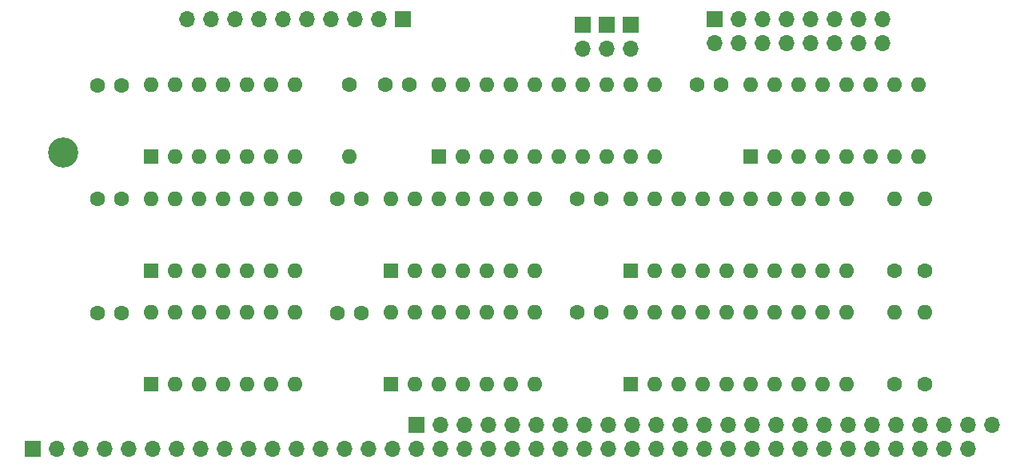
<source format=gts>
G04 #@! TF.GenerationSoftware,KiCad,Pcbnew,(5.1.12)-1*
G04 #@! TF.CreationDate,2023-07-18T15:52:43+01:00*
G04 #@! TF.ProjectId,CPCRAMCtrl,43504352-414d-4437-9472-6c2e6b696361,rev?*
G04 #@! TF.SameCoordinates,Original*
G04 #@! TF.FileFunction,Soldermask,Top*
G04 #@! TF.FilePolarity,Negative*
%FSLAX46Y46*%
G04 Gerber Fmt 4.6, Leading zero omitted, Abs format (unit mm)*
G04 Created by KiCad (PCBNEW (5.1.12)-1) date 2023-07-18 15:52:43*
%MOMM*%
%LPD*%
G01*
G04 APERTURE LIST*
%ADD10O,1.700000X1.700000*%
%ADD11R,1.700000X1.700000*%
%ADD12O,1.600000X1.600000*%
%ADD13R,1.600000X1.600000*%
%ADD14C,1.600000*%
%ADD15C,3.200000*%
G04 APERTURE END LIST*
D10*
X245745000Y-108585000D03*
X245745000Y-106045000D03*
X243205000Y-108585000D03*
X243205000Y-106045000D03*
X240665000Y-108585000D03*
X240665000Y-106045000D03*
X238125000Y-108585000D03*
X238125000Y-106045000D03*
X235585000Y-108585000D03*
X235585000Y-106045000D03*
X233045000Y-108585000D03*
X233045000Y-106045000D03*
X230505000Y-108585000D03*
X230505000Y-106045000D03*
X227965000Y-108585000D03*
D11*
X227965000Y-106045000D03*
D12*
X193675000Y-137160000D03*
X208915000Y-144780000D03*
X196215000Y-137160000D03*
X206375000Y-144780000D03*
X198755000Y-137160000D03*
X203835000Y-144780000D03*
X201295000Y-137160000D03*
X201295000Y-144780000D03*
X203835000Y-137160000D03*
X198755000Y-144780000D03*
X206375000Y-137160000D03*
X196215000Y-144780000D03*
X208915000Y-137160000D03*
D13*
X193675000Y-144780000D03*
D12*
X247015000Y-137160000D03*
D14*
X247015000Y-144780000D03*
D12*
X168275000Y-137160000D03*
X183515000Y-144780000D03*
X170815000Y-137160000D03*
X180975000Y-144780000D03*
X173355000Y-137160000D03*
X178435000Y-144780000D03*
X175895000Y-137160000D03*
X175895000Y-144780000D03*
X178435000Y-137160000D03*
X173355000Y-144780000D03*
X180975000Y-137160000D03*
X170815000Y-144780000D03*
X183515000Y-137160000D03*
D13*
X168275000Y-144780000D03*
D12*
X231775000Y-113030000D03*
X249555000Y-120650000D03*
X234315000Y-113030000D03*
X247015000Y-120650000D03*
X236855000Y-113030000D03*
X244475000Y-120650000D03*
X239395000Y-113030000D03*
X241935000Y-120650000D03*
X241935000Y-113030000D03*
X239395000Y-120650000D03*
X244475000Y-113030000D03*
X236855000Y-120650000D03*
X247015000Y-113030000D03*
X234315000Y-120650000D03*
X249555000Y-113030000D03*
D13*
X231775000Y-120650000D03*
D12*
X193675000Y-125095000D03*
X208915000Y-132715000D03*
X196215000Y-125095000D03*
X206375000Y-132715000D03*
X198755000Y-125095000D03*
X203835000Y-132715000D03*
X201295000Y-125095000D03*
X201295000Y-132715000D03*
X203835000Y-125095000D03*
X198755000Y-132715000D03*
X206375000Y-125095000D03*
X196215000Y-132715000D03*
X208915000Y-125095000D03*
D13*
X193675000Y-132715000D03*
D12*
X168275000Y-125095000D03*
X183515000Y-132715000D03*
X170815000Y-125095000D03*
X180975000Y-132715000D03*
X173355000Y-125095000D03*
X178435000Y-132715000D03*
X175895000Y-125095000D03*
X175895000Y-132715000D03*
X178435000Y-125095000D03*
X173355000Y-132715000D03*
X180975000Y-125095000D03*
X170815000Y-132715000D03*
X183515000Y-125095000D03*
D13*
X168275000Y-132715000D03*
D12*
X219075000Y-137160000D03*
X241935000Y-144780000D03*
X221615000Y-137160000D03*
X239395000Y-144780000D03*
X224155000Y-137160000D03*
X236855000Y-144780000D03*
X226695000Y-137160000D03*
X234315000Y-144780000D03*
X229235000Y-137160000D03*
X231775000Y-144780000D03*
X231775000Y-137160000D03*
X229235000Y-144780000D03*
X234315000Y-137160000D03*
X226695000Y-144780000D03*
X236855000Y-137160000D03*
X224155000Y-144780000D03*
X239395000Y-137160000D03*
X221615000Y-144780000D03*
X241935000Y-137160000D03*
D13*
X219075000Y-144780000D03*
D12*
X219075000Y-125095000D03*
X241935000Y-132715000D03*
X221615000Y-125095000D03*
X239395000Y-132715000D03*
X224155000Y-125095000D03*
X236855000Y-132715000D03*
X226695000Y-125095000D03*
X234315000Y-132715000D03*
X229235000Y-125095000D03*
X231775000Y-132715000D03*
X231775000Y-125095000D03*
X229235000Y-132715000D03*
X234315000Y-125095000D03*
X226695000Y-132715000D03*
X236855000Y-125095000D03*
X224155000Y-132715000D03*
X239395000Y-125095000D03*
X221615000Y-132715000D03*
X241935000Y-125095000D03*
D13*
X219075000Y-132715000D03*
D12*
X250190000Y-125095000D03*
D14*
X250190000Y-132715000D03*
D12*
X247015000Y-125095000D03*
D14*
X247015000Y-132715000D03*
D12*
X250190000Y-137160000D03*
D14*
X250190000Y-144780000D03*
D12*
X189230000Y-120650000D03*
D14*
X189230000Y-113030000D03*
D10*
X172085000Y-106045000D03*
X174625000Y-106045000D03*
X177165000Y-106045000D03*
X179705000Y-106045000D03*
X182245000Y-106045000D03*
X184785000Y-106045000D03*
X187325000Y-106045000D03*
X189865000Y-106045000D03*
X192405000Y-106045000D03*
D11*
X194945000Y-106045000D03*
D12*
X168275000Y-113030000D03*
X183515000Y-120650000D03*
X170815000Y-113030000D03*
X180975000Y-120650000D03*
X173355000Y-113030000D03*
X178435000Y-120650000D03*
X175895000Y-113030000D03*
X175895000Y-120650000D03*
X178435000Y-113030000D03*
X173355000Y-120650000D03*
X180975000Y-113030000D03*
X170815000Y-120650000D03*
X183515000Y-113030000D03*
D13*
X168275000Y-120650000D03*
D14*
X226100000Y-113030000D03*
X228600000Y-113030000D03*
D10*
X213995000Y-109220000D03*
D11*
X213995000Y-106680000D03*
D10*
X254762000Y-151612600D03*
X252222000Y-151612600D03*
X249682000Y-151612600D03*
X247142000Y-151612600D03*
X244602000Y-151612600D03*
X242062000Y-151612600D03*
X239522000Y-151612600D03*
X236982000Y-151612600D03*
X234442000Y-151612600D03*
X231902000Y-151612600D03*
X229362000Y-151612600D03*
X226822000Y-151612600D03*
X224282000Y-151612600D03*
X221742000Y-151612600D03*
X219202000Y-151612600D03*
X216662000Y-151612600D03*
X214122000Y-151612600D03*
X211582000Y-151612600D03*
X209042000Y-151612600D03*
X206502000Y-151612600D03*
X203962000Y-151612600D03*
X201422000Y-151612600D03*
X198882000Y-151612600D03*
X196342000Y-151612600D03*
X193802000Y-151612600D03*
X191262000Y-151612600D03*
X188722000Y-151612600D03*
X186182000Y-151612600D03*
X183642000Y-151612600D03*
X181102000Y-151612600D03*
X178562000Y-151612600D03*
X176022000Y-151612600D03*
X173482000Y-151612600D03*
X170942000Y-151612600D03*
X168402000Y-151612600D03*
X165862000Y-151612600D03*
X163322000Y-151612600D03*
X160782000Y-151612600D03*
X158242000Y-151612600D03*
D11*
X155702000Y-151612600D03*
D10*
X219075000Y-109220000D03*
D11*
X219075000Y-106680000D03*
D10*
X216535000Y-109220000D03*
D11*
X216535000Y-106680000D03*
D10*
X257302000Y-149072600D03*
X254762000Y-149072600D03*
X252222000Y-149072600D03*
X249682000Y-149072600D03*
X247142000Y-149072600D03*
X244602000Y-149072600D03*
X242062000Y-149072600D03*
X239522000Y-149072600D03*
X236982000Y-149072600D03*
X234442000Y-149072600D03*
X231902000Y-149072600D03*
X229362000Y-149072600D03*
X226822000Y-149072600D03*
X224282000Y-149072600D03*
X221742000Y-149072600D03*
X219202000Y-149072600D03*
X216662000Y-149072600D03*
X214122000Y-149072600D03*
X211582000Y-149072600D03*
X209042000Y-149072600D03*
X206502000Y-149072600D03*
X203962000Y-149072600D03*
X201422000Y-149072600D03*
X198882000Y-149072600D03*
D11*
X196342000Y-149072600D03*
D12*
X198755000Y-113030000D03*
X221615000Y-120650000D03*
X201295000Y-113030000D03*
X219075000Y-120650000D03*
X203835000Y-113030000D03*
X216535000Y-120650000D03*
X206375000Y-113030000D03*
X213995000Y-120650000D03*
X208915000Y-113030000D03*
X211455000Y-120650000D03*
X211455000Y-113030000D03*
X208915000Y-120650000D03*
X213995000Y-113030000D03*
X206375000Y-120650000D03*
X216535000Y-113030000D03*
X203835000Y-120650000D03*
X219075000Y-113030000D03*
X201295000Y-120650000D03*
X221615000Y-113030000D03*
D13*
X198755000Y-120650000D03*
D14*
X213400000Y-125135000D03*
X215900000Y-125135000D03*
X213400000Y-137160000D03*
X215900000Y-137160000D03*
X193080000Y-113030000D03*
X195580000Y-113030000D03*
X188000000Y-125135000D03*
X190500000Y-125135000D03*
X188000000Y-137200000D03*
X190500000Y-137200000D03*
X162600000Y-113070000D03*
X165100000Y-113070000D03*
X162600000Y-125095000D03*
X165100000Y-125095000D03*
X162600000Y-137200000D03*
X165100000Y-137200000D03*
D15*
X158927800Y-120243600D03*
M02*

</source>
